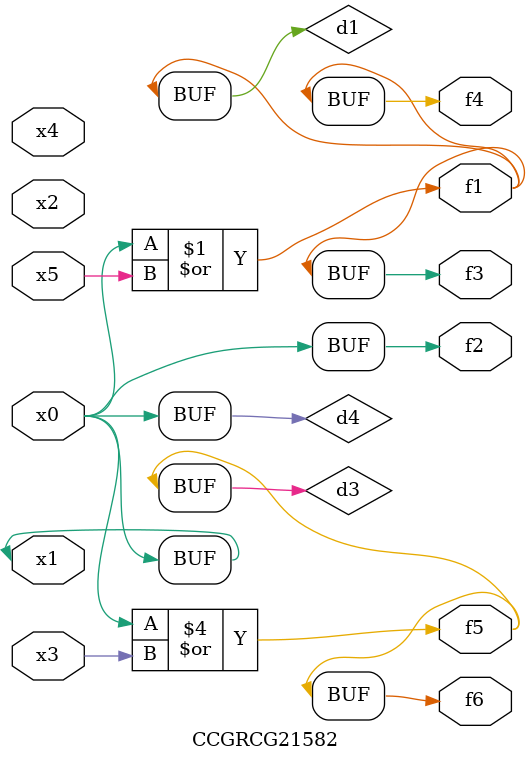
<source format=v>
module CCGRCG21582(
	input x0, x1, x2, x3, x4, x5,
	output f1, f2, f3, f4, f5, f6
);

	wire d1, d2, d3, d4;

	or (d1, x0, x5);
	xnor (d2, x1, x4);
	or (d3, x0, x3);
	buf (d4, x0, x1);
	assign f1 = d1;
	assign f2 = d4;
	assign f3 = d1;
	assign f4 = d1;
	assign f5 = d3;
	assign f6 = d3;
endmodule

</source>
